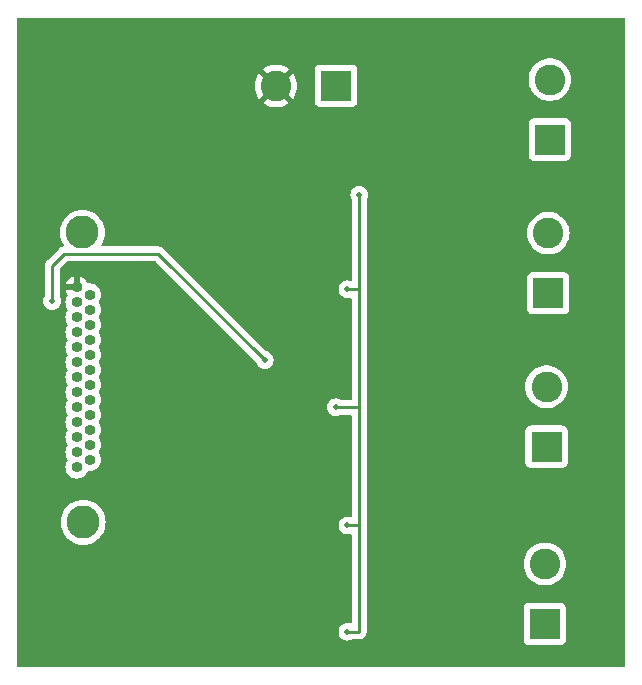
<source format=gbr>
%TF.GenerationSoftware,KiCad,Pcbnew,7.0.5*%
%TF.CreationDate,2024-03-11T15:50:26-06:00*%
%TF.ProjectId,micro-d-tes-aaray,6d696372-6f2d-4642-9d74-65732d616172,rev?*%
%TF.SameCoordinates,Original*%
%TF.FileFunction,Copper,L2,Bot*%
%TF.FilePolarity,Positive*%
%FSLAX46Y46*%
G04 Gerber Fmt 4.6, Leading zero omitted, Abs format (unit mm)*
G04 Created by KiCad (PCBNEW 7.0.5) date 2024-03-11 15:50:26*
%MOMM*%
%LPD*%
G01*
G04 APERTURE LIST*
%TA.AperFunction,ComponentPad*%
%ADD10R,2.600000X2.600000*%
%TD*%
%TA.AperFunction,ComponentPad*%
%ADD11C,2.600000*%
%TD*%
%TA.AperFunction,ComponentPad*%
%ADD12O,0.920000X0.920000*%
%TD*%
%TA.AperFunction,SMDPad,CuDef*%
%ADD13C,2.800000*%
%TD*%
%TA.AperFunction,ViaPad*%
%ADD14C,0.500000*%
%TD*%
%TA.AperFunction,Conductor*%
%ADD15C,0.250000*%
%TD*%
G04 APERTURE END LIST*
D10*
%TO.P,J2,1,Pin_1*%
%TO.N,Net-(J1-Pin_1)*%
X62135000Y-26335000D03*
D11*
%TO.P,J2,2,Pin_2*%
%TO.N,Net-(J2-Pin_2)*%
X62135000Y-21255000D03*
%TD*%
D10*
%TO.P,J4,1,Pin_1*%
%TO.N,Net-(J1-Pin_1)*%
X61855000Y-52335000D03*
D11*
%TO.P,J4,2,Pin_2*%
%TO.N,Net-(J26-P15)*%
X61855000Y-47255000D03*
%TD*%
D10*
%TO.P,J3,1,Pin_1*%
%TO.N,Net-(J1-Pin_1)*%
X61995000Y-39335000D03*
D11*
%TO.P,J3,2,Pin_2*%
%TO.N,Net-(J3-Pin_2)*%
X61995000Y-34255000D03*
%TD*%
D10*
%TO.P,J1,1,Pin_1*%
%TO.N,Net-(J1-Pin_1)*%
X44035000Y-21775000D03*
D11*
%TO.P,J1,2,Pin_2*%
%TO.N,GND*%
X38955000Y-21775000D03*
%TD*%
D10*
%TO.P,J5,1,Pin_1*%
%TO.N,Net-(J1-Pin_1)*%
X61715000Y-67335000D03*
D11*
%TO.P,J5,2,Pin_2*%
%TO.N,Net-(J5-Pin_2)*%
X61715000Y-62255000D03*
%TD*%
D12*
%TO.P,J26,1,1*%
%TO.N,GND*%
X22075500Y-38830000D03*
%TO.P,J26,2,2*%
%TO.N,Net-(J3-Pin_2)*%
X22075500Y-40100000D03*
%TO.P,J26,3,3*%
%TO.N,Net-(J5-Pin_2)*%
X22075500Y-41370000D03*
%TO.P,J26,4,4*%
%TO.N,unconnected-(J26-Pad4)*%
X22075500Y-42640000D03*
%TO.P,J26,5,5*%
%TO.N,unconnected-(J26-Pad5)*%
X22075500Y-43910000D03*
%TO.P,J26,6,6*%
%TO.N,unconnected-(J26-Pad6)*%
X22075500Y-45180000D03*
%TO.P,J26,7,7*%
%TO.N,unconnected-(J26-Pad7)*%
X22075500Y-46450000D03*
%TO.P,J26,8,8*%
%TO.N,unconnected-(J26-Pad8)*%
X22075500Y-47720000D03*
%TO.P,J26,9,9*%
%TO.N,unconnected-(J26-Pad9)*%
X22075500Y-48990000D03*
%TO.P,J26,10,10*%
%TO.N,unconnected-(J26-Pad10)*%
X22075500Y-50260000D03*
%TO.P,J26,11,11*%
%TO.N,unconnected-(J26-Pad11)*%
X22075500Y-51530000D03*
%TO.P,J26,12,12*%
%TO.N,unconnected-(J26-Pad12)*%
X22075500Y-52800000D03*
%TO.P,J26,13,13*%
%TO.N,unconnected-(J26-Pad13)*%
X22075500Y-54070000D03*
%TO.P,J26,14,P14*%
%TO.N,Net-(J2-Pin_2)*%
X23175500Y-39465000D03*
%TO.P,J26,15,P15*%
%TO.N,Net-(J26-P15)*%
X23175500Y-40735000D03*
%TO.P,J26,16,P16*%
%TO.N,unconnected-(J26-P16-Pad16)*%
X23175500Y-42005000D03*
%TO.P,J26,17,P17*%
%TO.N,unconnected-(J26-P17-Pad17)*%
X23175500Y-43275000D03*
%TO.P,J26,18,P18*%
%TO.N,unconnected-(J26-P18-Pad18)*%
X23175500Y-44545000D03*
%TO.P,J26,19,P19*%
%TO.N,unconnected-(J26-P19-Pad19)*%
X23175500Y-45815000D03*
%TO.P,J26,20,P20*%
%TO.N,unconnected-(J26-P20-Pad20)*%
X23175500Y-47085000D03*
%TO.P,J26,21,P21*%
%TO.N,unconnected-(J26-P21-Pad21)*%
X23175500Y-48355000D03*
%TO.P,J26,22,P22*%
%TO.N,unconnected-(J26-P22-Pad22)*%
X23175500Y-49625000D03*
%TO.P,J26,23,P23*%
%TO.N,unconnected-(J26-P23-Pad23)*%
X23175500Y-50895000D03*
%TO.P,J26,24,P24*%
%TO.N,unconnected-(J26-P24-Pad24)*%
X23175500Y-52165000D03*
%TO.P,J26,25,P25*%
%TO.N,unconnected-(J26-P25-Pad25)*%
X23175500Y-53435000D03*
D13*
%TO.P,J26,GND*%
%TO.N,N/C*%
X22565500Y-34175000D03*
X22625500Y-58725000D03*
%TD*%
D14*
%TO.N,Net-(J1-Pin_1)*%
X45000000Y-68000000D03*
X46000000Y-31000000D03*
X44000000Y-49000000D03*
X45000000Y-59000000D03*
X45000000Y-39000000D03*
%TO.N,Net-(J3-Pin_2)*%
X20000000Y-40000000D03*
X38000000Y-45000000D03*
%TD*%
D15*
%TO.N,Net-(J1-Pin_1)*%
X46000000Y-59000000D02*
X45000000Y-59000000D01*
X46000000Y-39000000D02*
X46000000Y-49000000D01*
X46000000Y-49000000D02*
X46000000Y-59000000D01*
X45000000Y-49000000D02*
X44000000Y-49000000D01*
X46000000Y-39000000D02*
X45000000Y-39000000D01*
X46000000Y-49000000D02*
X45000000Y-49000000D01*
X46000000Y-59000000D02*
X46000000Y-68000000D01*
X46000000Y-68000000D02*
X45000000Y-68000000D01*
X46000000Y-31000000D02*
X46000000Y-39000000D01*
%TO.N,Net-(J3-Pin_2)*%
X20000000Y-40000000D02*
X20000000Y-37000000D01*
X21000000Y-36000000D02*
X29000000Y-36000000D01*
X29000000Y-36000000D02*
X38000000Y-45000000D01*
X20000000Y-37000000D02*
X21000000Y-36000000D01*
%TD*%
%TA.AperFunction,Conductor*%
%TO.N,GND*%
G36*
X68442539Y-16020185D02*
G01*
X68488294Y-16072989D01*
X68499500Y-16124500D01*
X68499500Y-70875500D01*
X68479815Y-70942539D01*
X68427011Y-70988294D01*
X68375500Y-70999500D01*
X17124500Y-70999500D01*
X17057461Y-70979815D01*
X17011706Y-70927011D01*
X17000500Y-70875500D01*
X17000500Y-58725001D01*
X20720145Y-58725001D01*
X20739539Y-58996160D01*
X20739540Y-58996167D01*
X20748986Y-59039588D01*
X20797325Y-59261801D01*
X20873830Y-59466920D01*
X20892330Y-59516519D01*
X21022609Y-59755107D01*
X21022610Y-59755108D01*
X21022613Y-59755113D01*
X21185529Y-59972742D01*
X21185533Y-59972746D01*
X21185538Y-59972752D01*
X21377747Y-60164961D01*
X21377753Y-60164966D01*
X21377758Y-60164971D01*
X21595387Y-60327887D01*
X21595391Y-60327889D01*
X21595392Y-60327890D01*
X21833981Y-60458169D01*
X21833980Y-60458169D01*
X21833984Y-60458170D01*
X21833987Y-60458172D01*
X22088699Y-60553175D01*
X22354340Y-60610961D01*
X22606104Y-60628967D01*
X22625499Y-60630355D01*
X22625500Y-60630355D01*
X22625501Y-60630355D01*
X22643600Y-60629060D01*
X22896660Y-60610961D01*
X23162301Y-60553175D01*
X23417013Y-60458172D01*
X23417017Y-60458169D01*
X23417019Y-60458169D01*
X23536312Y-60393029D01*
X23655613Y-60327887D01*
X23873242Y-60164971D01*
X24065471Y-59972742D01*
X24228387Y-59755113D01*
X24358672Y-59516513D01*
X24453675Y-59261801D01*
X24511461Y-58996160D01*
X24530855Y-58725000D01*
X24511461Y-58453840D01*
X24453675Y-58188199D01*
X24358672Y-57933487D01*
X24358670Y-57933484D01*
X24358669Y-57933480D01*
X24228390Y-57694892D01*
X24228389Y-57694891D01*
X24228387Y-57694887D01*
X24065471Y-57477258D01*
X24065466Y-57477253D01*
X24065461Y-57477247D01*
X23873252Y-57285038D01*
X23873246Y-57285033D01*
X23873242Y-57285029D01*
X23655613Y-57122113D01*
X23655608Y-57122110D01*
X23655607Y-57122109D01*
X23417018Y-56991830D01*
X23417019Y-56991830D01*
X23367420Y-56973330D01*
X23162301Y-56896825D01*
X23162294Y-56896823D01*
X23162293Y-56896823D01*
X22896667Y-56839040D01*
X22896660Y-56839039D01*
X22625501Y-56819645D01*
X22625499Y-56819645D01*
X22354339Y-56839039D01*
X22354332Y-56839040D01*
X22088706Y-56896823D01*
X22088702Y-56896824D01*
X22088699Y-56896825D01*
X21961343Y-56944326D01*
X21833980Y-56991830D01*
X21595392Y-57122109D01*
X21595391Y-57122110D01*
X21377759Y-57285028D01*
X21377747Y-57285038D01*
X21185538Y-57477247D01*
X21185528Y-57477259D01*
X21022610Y-57694891D01*
X21022609Y-57694892D01*
X20892330Y-57933480D01*
X20844826Y-58060842D01*
X20797325Y-58188199D01*
X20797324Y-58188202D01*
X20797323Y-58188206D01*
X20739540Y-58453832D01*
X20739539Y-58453839D01*
X20720145Y-58724998D01*
X20720145Y-58725001D01*
X17000500Y-58725001D01*
X17000500Y-54070000D01*
X21110353Y-54070000D01*
X21128897Y-54258289D01*
X21128898Y-54258291D01*
X21169074Y-54390736D01*
X21183821Y-54439348D01*
X21273012Y-54606210D01*
X21393037Y-54752462D01*
X21539289Y-54872487D01*
X21539293Y-54872490D01*
X21706154Y-54961680D01*
X21887209Y-55016602D01*
X22075500Y-55035147D01*
X22263791Y-55016602D01*
X22444846Y-54961680D01*
X22611707Y-54872490D01*
X22757962Y-54752462D01*
X22877990Y-54606207D01*
X22958447Y-54455683D01*
X23007407Y-54405842D01*
X23075545Y-54390381D01*
X23079904Y-54390731D01*
X23175500Y-54400147D01*
X23363791Y-54381602D01*
X23544846Y-54326680D01*
X23711707Y-54237490D01*
X23857962Y-54117462D01*
X23977990Y-53971207D01*
X24067180Y-53804346D01*
X24122102Y-53623291D01*
X24140647Y-53435000D01*
X24122102Y-53246709D01*
X24067180Y-53065654D01*
X23977990Y-52898793D01*
X23961471Y-52878664D01*
X23934158Y-52814357D01*
X23945948Y-52745489D01*
X23961468Y-52721337D01*
X23977990Y-52701207D01*
X24067180Y-52534346D01*
X24122102Y-52353291D01*
X24140647Y-52165000D01*
X24122102Y-51976709D01*
X24067180Y-51795654D01*
X23977990Y-51628793D01*
X23961471Y-51608664D01*
X23934158Y-51544357D01*
X23945948Y-51475489D01*
X23961468Y-51451337D01*
X23977990Y-51431207D01*
X24067180Y-51264346D01*
X24122102Y-51083291D01*
X24140647Y-50895000D01*
X24122102Y-50706709D01*
X24067180Y-50525654D01*
X23977990Y-50358793D01*
X23961471Y-50338664D01*
X23934158Y-50274357D01*
X23945948Y-50205489D01*
X23961468Y-50181337D01*
X23977990Y-50161207D01*
X24067180Y-49994346D01*
X24122102Y-49813291D01*
X24140647Y-49625000D01*
X24122102Y-49436709D01*
X24067180Y-49255654D01*
X23977990Y-49088793D01*
X23961471Y-49068664D01*
X23934158Y-49004357D01*
X23934904Y-49000002D01*
X43244751Y-49000002D01*
X43263685Y-49168056D01*
X43319545Y-49327694D01*
X43319547Y-49327697D01*
X43409518Y-49470884D01*
X43409523Y-49470890D01*
X43529109Y-49590476D01*
X43529115Y-49590481D01*
X43672302Y-49680452D01*
X43672305Y-49680454D01*
X43672309Y-49680455D01*
X43672310Y-49680456D01*
X43722417Y-49697989D01*
X43831943Y-49736314D01*
X43999997Y-49755249D01*
X44000000Y-49755249D01*
X44000003Y-49755249D01*
X44168056Y-49736314D01*
X44168059Y-49736313D01*
X44327690Y-49680456D01*
X44384904Y-49644505D01*
X44450876Y-49625500D01*
X44920981Y-49625500D01*
X45250500Y-49625500D01*
X45317539Y-49645185D01*
X45363294Y-49697989D01*
X45374500Y-49749500D01*
X45374500Y-58161161D01*
X45354815Y-58228200D01*
X45302011Y-58273955D01*
X45232853Y-58283899D01*
X45209547Y-58278203D01*
X45168059Y-58263686D01*
X45000003Y-58244751D01*
X44999997Y-58244751D01*
X44831943Y-58263685D01*
X44672305Y-58319545D01*
X44672302Y-58319547D01*
X44529115Y-58409518D01*
X44529109Y-58409523D01*
X44409523Y-58529109D01*
X44409518Y-58529115D01*
X44319547Y-58672302D01*
X44319545Y-58672305D01*
X44263685Y-58831943D01*
X44244751Y-58999997D01*
X44244751Y-59000002D01*
X44263685Y-59168056D01*
X44319545Y-59327694D01*
X44319547Y-59327697D01*
X44409518Y-59470884D01*
X44409523Y-59470890D01*
X44529109Y-59590476D01*
X44529115Y-59590481D01*
X44672302Y-59680452D01*
X44672305Y-59680454D01*
X44672309Y-59680455D01*
X44672310Y-59680456D01*
X44744913Y-59705860D01*
X44831943Y-59736314D01*
X44999997Y-59755249D01*
X45000000Y-59755249D01*
X45000003Y-59755249D01*
X45126044Y-59741047D01*
X45168059Y-59736313D01*
X45209543Y-59721797D01*
X45279323Y-59718234D01*
X45339951Y-59752963D01*
X45372178Y-59814956D01*
X45374500Y-59838838D01*
X45374500Y-67161161D01*
X45354815Y-67228200D01*
X45302011Y-67273955D01*
X45232853Y-67283899D01*
X45209547Y-67278203D01*
X45168059Y-67263686D01*
X45000003Y-67244751D01*
X44999997Y-67244751D01*
X44831943Y-67263685D01*
X44672305Y-67319545D01*
X44672302Y-67319547D01*
X44529115Y-67409518D01*
X44529109Y-67409523D01*
X44409523Y-67529109D01*
X44409518Y-67529115D01*
X44319547Y-67672302D01*
X44319545Y-67672305D01*
X44263685Y-67831943D01*
X44244751Y-67999997D01*
X44244751Y-68000002D01*
X44263685Y-68168056D01*
X44319545Y-68327694D01*
X44319547Y-68327697D01*
X44409518Y-68470884D01*
X44409523Y-68470890D01*
X44529109Y-68590476D01*
X44529115Y-68590481D01*
X44672302Y-68680452D01*
X44672305Y-68680454D01*
X44672309Y-68680455D01*
X44672310Y-68680456D01*
X44744913Y-68705860D01*
X44831943Y-68736314D01*
X44999997Y-68755249D01*
X45000000Y-68755249D01*
X45000003Y-68755249D01*
X45168056Y-68736314D01*
X45168059Y-68736313D01*
X45320791Y-68682870D01*
X59914500Y-68682870D01*
X59914501Y-68682876D01*
X59920908Y-68742483D01*
X59971202Y-68877328D01*
X59971206Y-68877335D01*
X60057452Y-68992544D01*
X60057455Y-68992547D01*
X60172664Y-69078793D01*
X60172671Y-69078797D01*
X60307517Y-69129091D01*
X60307516Y-69129091D01*
X60314444Y-69129835D01*
X60367127Y-69135500D01*
X63062872Y-69135499D01*
X63122483Y-69129091D01*
X63257331Y-69078796D01*
X63372546Y-68992546D01*
X63458796Y-68877331D01*
X63509091Y-68742483D01*
X63515500Y-68682873D01*
X63515499Y-65987128D01*
X63509091Y-65927517D01*
X63458796Y-65792669D01*
X63458795Y-65792668D01*
X63458793Y-65792664D01*
X63372547Y-65677455D01*
X63372544Y-65677452D01*
X63257335Y-65591206D01*
X63257328Y-65591202D01*
X63122482Y-65540908D01*
X63122483Y-65540908D01*
X63062883Y-65534501D01*
X63062881Y-65534500D01*
X63062873Y-65534500D01*
X63062864Y-65534500D01*
X60367129Y-65534500D01*
X60367123Y-65534501D01*
X60307516Y-65540908D01*
X60172671Y-65591202D01*
X60172664Y-65591206D01*
X60057455Y-65677452D01*
X60057452Y-65677455D01*
X59971206Y-65792664D01*
X59971202Y-65792671D01*
X59920908Y-65927517D01*
X59914501Y-65987116D01*
X59914501Y-65987123D01*
X59914500Y-65987135D01*
X59914500Y-68682870D01*
X45320791Y-68682870D01*
X45327690Y-68680456D01*
X45384904Y-68644505D01*
X45450876Y-68625500D01*
X45929153Y-68625500D01*
X45952385Y-68627696D01*
X45953989Y-68628001D01*
X45960412Y-68629227D01*
X46017724Y-68625621D01*
X46021597Y-68625500D01*
X46039342Y-68625500D01*
X46039350Y-68625500D01*
X46056990Y-68623271D01*
X46060807Y-68622910D01*
X46118138Y-68619304D01*
X46125905Y-68616780D01*
X46148680Y-68611688D01*
X46156792Y-68610664D01*
X46210195Y-68589519D01*
X46213835Y-68588209D01*
X46268441Y-68570467D01*
X46275337Y-68566090D01*
X46296133Y-68555494D01*
X46303732Y-68552486D01*
X46350191Y-68518730D01*
X46353390Y-68516555D01*
X46401877Y-68485786D01*
X46407466Y-68479833D01*
X46424979Y-68464394D01*
X46431587Y-68459594D01*
X46468190Y-68415347D01*
X46470736Y-68412457D01*
X46510062Y-68370582D01*
X46513998Y-68363421D01*
X46527119Y-68344114D01*
X46532324Y-68337823D01*
X46556769Y-68285874D01*
X46558528Y-68282419D01*
X46586197Y-68232092D01*
X46588227Y-68224181D01*
X46596135Y-68202218D01*
X46599614Y-68194826D01*
X46610377Y-68138401D01*
X46611210Y-68134670D01*
X46625500Y-68079019D01*
X46625500Y-68070844D01*
X46627697Y-68047606D01*
X46629227Y-68039588D01*
X46625621Y-67982275D01*
X46625500Y-67978403D01*
X46625500Y-62255004D01*
X59909451Y-62255004D01*
X59929616Y-62524101D01*
X59989664Y-62787188D01*
X59989666Y-62787195D01*
X60088257Y-63038398D01*
X60223185Y-63272102D01*
X60359080Y-63442509D01*
X60391442Y-63483089D01*
X60578183Y-63656358D01*
X60589259Y-63666635D01*
X60812226Y-63818651D01*
X61055359Y-63935738D01*
X61313228Y-64015280D01*
X61313229Y-64015280D01*
X61313232Y-64015281D01*
X61580063Y-64055499D01*
X61580068Y-64055499D01*
X61580071Y-64055500D01*
X61580072Y-64055500D01*
X61849928Y-64055500D01*
X61849929Y-64055500D01*
X61849936Y-64055499D01*
X62116767Y-64015281D01*
X62116768Y-64015280D01*
X62116772Y-64015280D01*
X62374641Y-63935738D01*
X62617775Y-63818651D01*
X62840741Y-63666635D01*
X63038561Y-63483085D01*
X63206815Y-63272102D01*
X63341743Y-63038398D01*
X63440334Y-62787195D01*
X63500383Y-62524103D01*
X63520549Y-62255000D01*
X63500383Y-61985897D01*
X63440334Y-61722805D01*
X63341743Y-61471602D01*
X63206815Y-61237898D01*
X63038561Y-61026915D01*
X63038560Y-61026914D01*
X63038557Y-61026910D01*
X62840741Y-60843365D01*
X62840740Y-60843364D01*
X62617775Y-60691349D01*
X62617769Y-60691346D01*
X62617768Y-60691345D01*
X62617767Y-60691344D01*
X62374643Y-60574263D01*
X62374645Y-60574263D01*
X62116773Y-60494720D01*
X62116767Y-60494718D01*
X61849936Y-60454500D01*
X61849929Y-60454500D01*
X61580071Y-60454500D01*
X61580063Y-60454500D01*
X61313232Y-60494718D01*
X61313226Y-60494720D01*
X61055358Y-60574262D01*
X60812230Y-60691346D01*
X60589258Y-60843365D01*
X60391442Y-61026910D01*
X60223185Y-61237898D01*
X60088258Y-61471599D01*
X60088256Y-61471603D01*
X59989666Y-61722804D01*
X59989664Y-61722811D01*
X59929616Y-61985898D01*
X59909451Y-62254995D01*
X59909451Y-62255004D01*
X46625500Y-62255004D01*
X46625500Y-59070844D01*
X46627697Y-59047606D01*
X46629227Y-59039588D01*
X46625621Y-58982275D01*
X46625500Y-58978403D01*
X46625500Y-57885000D01*
X57294459Y-57885000D01*
X57294617Y-57885383D01*
X57294901Y-57885500D01*
X57294902Y-57885500D01*
X57295098Y-57885500D01*
X57295099Y-57885500D01*
X57295383Y-57885383D01*
X57295541Y-57885000D01*
X57295383Y-57884617D01*
X57295099Y-57884500D01*
X57294901Y-57884500D01*
X57294617Y-57884617D01*
X57294616Y-57884618D01*
X57294459Y-57884999D01*
X57294459Y-57885000D01*
X46625500Y-57885000D01*
X46625500Y-53682870D01*
X60054500Y-53682870D01*
X60054501Y-53682876D01*
X60060908Y-53742483D01*
X60111202Y-53877328D01*
X60111206Y-53877335D01*
X60197452Y-53992544D01*
X60197455Y-53992547D01*
X60312664Y-54078793D01*
X60312671Y-54078797D01*
X60447517Y-54129091D01*
X60447516Y-54129091D01*
X60454444Y-54129835D01*
X60507127Y-54135500D01*
X63202872Y-54135499D01*
X63262483Y-54129091D01*
X63397331Y-54078796D01*
X63512546Y-53992546D01*
X63598796Y-53877331D01*
X63649091Y-53742483D01*
X63655500Y-53682873D01*
X63655499Y-50987128D01*
X63649091Y-50927517D01*
X63631609Y-50880646D01*
X63598797Y-50792671D01*
X63598793Y-50792664D01*
X63512547Y-50677455D01*
X63512544Y-50677452D01*
X63397335Y-50591206D01*
X63397328Y-50591202D01*
X63262482Y-50540908D01*
X63262483Y-50540908D01*
X63202883Y-50534501D01*
X63202881Y-50534500D01*
X63202873Y-50534500D01*
X63202864Y-50534500D01*
X60507129Y-50534500D01*
X60507123Y-50534501D01*
X60447516Y-50540908D01*
X60312671Y-50591202D01*
X60312664Y-50591206D01*
X60197455Y-50677452D01*
X60197452Y-50677455D01*
X60111206Y-50792664D01*
X60111202Y-50792671D01*
X60060908Y-50927517D01*
X60054501Y-50987116D01*
X60054501Y-50987123D01*
X60054500Y-50987135D01*
X60054500Y-53682870D01*
X46625500Y-53682870D01*
X46625500Y-49070844D01*
X46627697Y-49047606D01*
X46629227Y-49039588D01*
X46625621Y-48982275D01*
X46625500Y-48978403D01*
X46625500Y-47255004D01*
X60049451Y-47255004D01*
X60069616Y-47524101D01*
X60101887Y-47665489D01*
X60129666Y-47787195D01*
X60228257Y-48038398D01*
X60363185Y-48272102D01*
X60444845Y-48374500D01*
X60531442Y-48483089D01*
X60679700Y-48620651D01*
X60729259Y-48666635D01*
X60952226Y-48818651D01*
X61195359Y-48935738D01*
X61453228Y-49015280D01*
X61453229Y-49015280D01*
X61453232Y-49015281D01*
X61720063Y-49055499D01*
X61720068Y-49055499D01*
X61720071Y-49055500D01*
X61720072Y-49055500D01*
X61989928Y-49055500D01*
X61989929Y-49055500D01*
X61989936Y-49055499D01*
X62256767Y-49015281D01*
X62256768Y-49015280D01*
X62256772Y-49015280D01*
X62514641Y-48935738D01*
X62757775Y-48818651D01*
X62980741Y-48666635D01*
X63178561Y-48483085D01*
X63346815Y-48272102D01*
X63481743Y-48038398D01*
X63580334Y-47787195D01*
X63640383Y-47524103D01*
X63653381Y-47350651D01*
X63660549Y-47255004D01*
X63660549Y-47254995D01*
X63640383Y-46985898D01*
X63640383Y-46985897D01*
X63580334Y-46722805D01*
X63481743Y-46471602D01*
X63346815Y-46237898D01*
X63178561Y-46026915D01*
X63178560Y-46026914D01*
X63178557Y-46026910D01*
X62980741Y-45843365D01*
X62918084Y-45800646D01*
X62757775Y-45691349D01*
X62757769Y-45691346D01*
X62757768Y-45691345D01*
X62757767Y-45691344D01*
X62514643Y-45574263D01*
X62514645Y-45574263D01*
X62256773Y-45494720D01*
X62256767Y-45494718D01*
X61989936Y-45454500D01*
X61989929Y-45454500D01*
X61720071Y-45454500D01*
X61720063Y-45454500D01*
X61453232Y-45494718D01*
X61453226Y-45494720D01*
X61195358Y-45574262D01*
X60952230Y-45691346D01*
X60729258Y-45843365D01*
X60531442Y-46026910D01*
X60363185Y-46237898D01*
X60228258Y-46471599D01*
X60228256Y-46471603D01*
X60129666Y-46722804D01*
X60129664Y-46722811D01*
X60069616Y-46985898D01*
X60049451Y-47254995D01*
X60049451Y-47255004D01*
X46625500Y-47255004D01*
X46625500Y-40682870D01*
X60194500Y-40682870D01*
X60194501Y-40682876D01*
X60200908Y-40742483D01*
X60251202Y-40877328D01*
X60251206Y-40877335D01*
X60337452Y-40992544D01*
X60337455Y-40992547D01*
X60452664Y-41078793D01*
X60452671Y-41078797D01*
X60587517Y-41129091D01*
X60587516Y-41129091D01*
X60594444Y-41129835D01*
X60647127Y-41135500D01*
X63342872Y-41135499D01*
X63402483Y-41129091D01*
X63537331Y-41078796D01*
X63652546Y-40992546D01*
X63738796Y-40877331D01*
X63789091Y-40742483D01*
X63795500Y-40682873D01*
X63795499Y-37987128D01*
X63789091Y-37927517D01*
X63779811Y-37902637D01*
X63738797Y-37792671D01*
X63738793Y-37792664D01*
X63652547Y-37677455D01*
X63652544Y-37677452D01*
X63537335Y-37591206D01*
X63537328Y-37591202D01*
X63402482Y-37540908D01*
X63402483Y-37540908D01*
X63342883Y-37534501D01*
X63342881Y-37534500D01*
X63342873Y-37534500D01*
X63342864Y-37534500D01*
X60647129Y-37534500D01*
X60647123Y-37534501D01*
X60587516Y-37540908D01*
X60452671Y-37591202D01*
X60452664Y-37591206D01*
X60337455Y-37677452D01*
X60337452Y-37677455D01*
X60251206Y-37792664D01*
X60251202Y-37792671D01*
X60200908Y-37927517D01*
X60194501Y-37987116D01*
X60194501Y-37987123D01*
X60194500Y-37987135D01*
X60194500Y-40682870D01*
X46625500Y-40682870D01*
X46625500Y-39070844D01*
X46627697Y-39047606D01*
X46629227Y-39039588D01*
X46625621Y-38982275D01*
X46625500Y-38978403D01*
X46625500Y-38960649D01*
X46625500Y-35232853D01*
X46625500Y-34255004D01*
X60189451Y-34255004D01*
X60209616Y-34524101D01*
X60269664Y-34787188D01*
X60269666Y-34787195D01*
X60368257Y-35038398D01*
X60503185Y-35272102D01*
X60616188Y-35413803D01*
X60671442Y-35483089D01*
X60804481Y-35606530D01*
X60869259Y-35666635D01*
X61092226Y-35818651D01*
X61335359Y-35935738D01*
X61593228Y-36015280D01*
X61593229Y-36015280D01*
X61593232Y-36015281D01*
X61860063Y-36055499D01*
X61860068Y-36055499D01*
X61860071Y-36055500D01*
X61860072Y-36055500D01*
X62129928Y-36055500D01*
X62129929Y-36055500D01*
X62129936Y-36055499D01*
X62396767Y-36015281D01*
X62396768Y-36015280D01*
X62396772Y-36015280D01*
X62654641Y-35935738D01*
X62897775Y-35818651D01*
X63120741Y-35666635D01*
X63311175Y-35489938D01*
X63318557Y-35483089D01*
X63318557Y-35483087D01*
X63318561Y-35483085D01*
X63486815Y-35272102D01*
X63621743Y-35038398D01*
X63720334Y-34787195D01*
X63780383Y-34524103D01*
X63800549Y-34255000D01*
X63780383Y-33985897D01*
X63720334Y-33722805D01*
X63621743Y-33471602D01*
X63486815Y-33237898D01*
X63318561Y-33026915D01*
X63318560Y-33026914D01*
X63318557Y-33026910D01*
X63120741Y-32843365D01*
X62897775Y-32691349D01*
X62897769Y-32691346D01*
X62897768Y-32691345D01*
X62897767Y-32691344D01*
X62654643Y-32574263D01*
X62654645Y-32574263D01*
X62396773Y-32494720D01*
X62396767Y-32494718D01*
X62129936Y-32454500D01*
X62129929Y-32454500D01*
X61860071Y-32454500D01*
X61860063Y-32454500D01*
X61593232Y-32494718D01*
X61593226Y-32494720D01*
X61335358Y-32574262D01*
X61092230Y-32691346D01*
X60869258Y-32843365D01*
X60671442Y-33026910D01*
X60503185Y-33237898D01*
X60368258Y-33471599D01*
X60368256Y-33471603D01*
X60269666Y-33722804D01*
X60269664Y-33722811D01*
X60209616Y-33985898D01*
X60189451Y-34254995D01*
X60189451Y-34255004D01*
X46625500Y-34255004D01*
X46625500Y-31450871D01*
X46644506Y-31384902D01*
X46680456Y-31327690D01*
X46736313Y-31168059D01*
X46755249Y-31000000D01*
X46755249Y-30999997D01*
X46736314Y-30831943D01*
X46680454Y-30672305D01*
X46680452Y-30672302D01*
X46590481Y-30529115D01*
X46590476Y-30529109D01*
X46470890Y-30409523D01*
X46470884Y-30409518D01*
X46327697Y-30319547D01*
X46327694Y-30319545D01*
X46168056Y-30263685D01*
X46000003Y-30244751D01*
X45999997Y-30244751D01*
X45831943Y-30263685D01*
X45672305Y-30319545D01*
X45672302Y-30319547D01*
X45529115Y-30409518D01*
X45529109Y-30409523D01*
X45409523Y-30529109D01*
X45409518Y-30529115D01*
X45319547Y-30672302D01*
X45319545Y-30672305D01*
X45263685Y-30831943D01*
X45244751Y-30999997D01*
X45244751Y-31000002D01*
X45263686Y-31168057D01*
X45319543Y-31327690D01*
X45355493Y-31384902D01*
X45374500Y-31450875D01*
X45374500Y-38161161D01*
X45354815Y-38228200D01*
X45302011Y-38273955D01*
X45232853Y-38283899D01*
X45209547Y-38278203D01*
X45168059Y-38263686D01*
X45000003Y-38244751D01*
X44999997Y-38244751D01*
X44831943Y-38263685D01*
X44672305Y-38319545D01*
X44672302Y-38319547D01*
X44529115Y-38409518D01*
X44529109Y-38409523D01*
X44409523Y-38529109D01*
X44409518Y-38529115D01*
X44319547Y-38672302D01*
X44319545Y-38672305D01*
X44263685Y-38831943D01*
X44244751Y-38999997D01*
X44244751Y-39000002D01*
X44263685Y-39168056D01*
X44319545Y-39327694D01*
X44319547Y-39327697D01*
X44409518Y-39470884D01*
X44409523Y-39470890D01*
X44529109Y-39590476D01*
X44529115Y-39590481D01*
X44672302Y-39680452D01*
X44672305Y-39680454D01*
X44672309Y-39680455D01*
X44672310Y-39680456D01*
X44744913Y-39705860D01*
X44831943Y-39736314D01*
X44999997Y-39755249D01*
X45000000Y-39755249D01*
X45000003Y-39755249D01*
X45126044Y-39741047D01*
X45168059Y-39736313D01*
X45209543Y-39721797D01*
X45279323Y-39718234D01*
X45339951Y-39752963D01*
X45372178Y-39814956D01*
X45374500Y-39838838D01*
X45374500Y-48250500D01*
X45354815Y-48317539D01*
X45302011Y-48363294D01*
X45250500Y-48374500D01*
X44450876Y-48374500D01*
X44384904Y-48355494D01*
X44327692Y-48319545D01*
X44327691Y-48319544D01*
X44327690Y-48319544D01*
X44289370Y-48306135D01*
X44168056Y-48263685D01*
X44000003Y-48244751D01*
X43999997Y-48244751D01*
X43831943Y-48263685D01*
X43672305Y-48319545D01*
X43672302Y-48319547D01*
X43529115Y-48409518D01*
X43529109Y-48409523D01*
X43409523Y-48529109D01*
X43409518Y-48529115D01*
X43319547Y-48672302D01*
X43319545Y-48672305D01*
X43263685Y-48831943D01*
X43244751Y-48999997D01*
X43244751Y-49000002D01*
X23934904Y-49000002D01*
X23945948Y-48935489D01*
X23961468Y-48911337D01*
X23977990Y-48891207D01*
X24067180Y-48724346D01*
X24122102Y-48543291D01*
X24140647Y-48355000D01*
X24122102Y-48166709D01*
X24067180Y-47985654D01*
X23977990Y-47818793D01*
X23961471Y-47798664D01*
X23934158Y-47734357D01*
X23945948Y-47665489D01*
X23961468Y-47641337D01*
X23977990Y-47621207D01*
X24067180Y-47454346D01*
X24122102Y-47273291D01*
X24140647Y-47085000D01*
X24122102Y-46896709D01*
X24067180Y-46715654D01*
X23977990Y-46548793D01*
X23961471Y-46528664D01*
X23934158Y-46464357D01*
X23945948Y-46395489D01*
X23961468Y-46371337D01*
X23977990Y-46351207D01*
X24067180Y-46184346D01*
X24122102Y-46003291D01*
X24140647Y-45815000D01*
X24122102Y-45626709D01*
X24067180Y-45445654D01*
X23977990Y-45278793D01*
X23961471Y-45258664D01*
X23934158Y-45194357D01*
X23945948Y-45125489D01*
X23961468Y-45101337D01*
X23977990Y-45081207D01*
X24067180Y-44914346D01*
X24122102Y-44733291D01*
X24140647Y-44545000D01*
X24122102Y-44356709D01*
X24067180Y-44175654D01*
X23977990Y-44008793D01*
X23961471Y-43988664D01*
X23934158Y-43924357D01*
X23945948Y-43855489D01*
X23961468Y-43831337D01*
X23977990Y-43811207D01*
X24067180Y-43644346D01*
X24122102Y-43463291D01*
X24140647Y-43275000D01*
X24122102Y-43086709D01*
X24067180Y-42905654D01*
X23977990Y-42738793D01*
X23961471Y-42718664D01*
X23934158Y-42654357D01*
X23945948Y-42585489D01*
X23961468Y-42561337D01*
X23977990Y-42541207D01*
X24067180Y-42374346D01*
X24122102Y-42193291D01*
X24140647Y-42005000D01*
X24122102Y-41816709D01*
X24067180Y-41635654D01*
X23977990Y-41468793D01*
X23961471Y-41448664D01*
X23934158Y-41384357D01*
X23945948Y-41315489D01*
X23961468Y-41291337D01*
X23977990Y-41271207D01*
X24067180Y-41104346D01*
X24122102Y-40923291D01*
X24140647Y-40735000D01*
X24122102Y-40546709D01*
X24067180Y-40365654D01*
X23977990Y-40198793D01*
X23961471Y-40178664D01*
X23934158Y-40114357D01*
X23945948Y-40045489D01*
X23961468Y-40021337D01*
X23977990Y-40001207D01*
X24067180Y-39834346D01*
X24122102Y-39653291D01*
X24140647Y-39465000D01*
X24122102Y-39276709D01*
X24067180Y-39095654D01*
X23977990Y-38928793D01*
X23966599Y-38914913D01*
X23857962Y-38782537D01*
X23711710Y-38662512D01*
X23711708Y-38662511D01*
X23711707Y-38662510D01*
X23544846Y-38573320D01*
X23437213Y-38540670D01*
X23363789Y-38518397D01*
X23196069Y-38501878D01*
X23175500Y-38499853D01*
X23175499Y-38499853D01*
X23079419Y-38509316D01*
X23010773Y-38496297D01*
X22960063Y-38448232D01*
X22957907Y-38444366D01*
X22877576Y-38294077D01*
X22877572Y-38294070D01*
X22757607Y-38147892D01*
X22611429Y-38027927D01*
X22611422Y-38027922D01*
X22444655Y-37938784D01*
X22325499Y-37902637D01*
X22325499Y-38647810D01*
X22323111Y-38643013D01*
X22238843Y-38566192D01*
X22132514Y-38525000D01*
X22047239Y-38525000D01*
X21963413Y-38540670D01*
X21866464Y-38600698D01*
X21797746Y-38691695D01*
X21766541Y-38801371D01*
X21777062Y-38914913D01*
X21827889Y-39016987D01*
X21897010Y-39080000D01*
X21148139Y-39080000D01*
X21184285Y-39199158D01*
X21273422Y-39365922D01*
X21273427Y-39365929D01*
X21289851Y-39385941D01*
X21317164Y-39450251D01*
X21305373Y-39519118D01*
X21289852Y-39543270D01*
X21273012Y-39563789D01*
X21183821Y-39730651D01*
X21128897Y-39911710D01*
X21110353Y-40099999D01*
X21128897Y-40288289D01*
X21152365Y-40365651D01*
X21183820Y-40469346D01*
X21273010Y-40636207D01*
X21273012Y-40636209D01*
X21289529Y-40656336D01*
X21316841Y-40720646D01*
X21305050Y-40789513D01*
X21289530Y-40813662D01*
X21273008Y-40833794D01*
X21273007Y-40833796D01*
X21183821Y-41000649D01*
X21128897Y-41181710D01*
X21110353Y-41369999D01*
X21128897Y-41558289D01*
X21128898Y-41558291D01*
X21183820Y-41739346D01*
X21273010Y-41906207D01*
X21273012Y-41906209D01*
X21289529Y-41926336D01*
X21316841Y-41990646D01*
X21305050Y-42059513D01*
X21289529Y-42083664D01*
X21273012Y-42103790D01*
X21183821Y-42270651D01*
X21128897Y-42451710D01*
X21110353Y-42640000D01*
X21128897Y-42828289D01*
X21128898Y-42828291D01*
X21183820Y-43009346D01*
X21273010Y-43176207D01*
X21273012Y-43176209D01*
X21289529Y-43196336D01*
X21316841Y-43260646D01*
X21305050Y-43329513D01*
X21289529Y-43353664D01*
X21273012Y-43373790D01*
X21183821Y-43540651D01*
X21128897Y-43721710D01*
X21110353Y-43910000D01*
X21128897Y-44098289D01*
X21128898Y-44098291D01*
X21183820Y-44279346D01*
X21273010Y-44446207D01*
X21273012Y-44446209D01*
X21289529Y-44466336D01*
X21316841Y-44530646D01*
X21305050Y-44599513D01*
X21289529Y-44623664D01*
X21273010Y-44643793D01*
X21257770Y-44672305D01*
X21183821Y-44810651D01*
X21128897Y-44991710D01*
X21110353Y-45180000D01*
X21128897Y-45368289D01*
X21128898Y-45368291D01*
X21183820Y-45549346D01*
X21273010Y-45716207D01*
X21273012Y-45716209D01*
X21289529Y-45736336D01*
X21316841Y-45800646D01*
X21305050Y-45869513D01*
X21289530Y-45893662D01*
X21273008Y-45913794D01*
X21273007Y-45913796D01*
X21183821Y-46080649D01*
X21128897Y-46261710D01*
X21110353Y-46449999D01*
X21128897Y-46638289D01*
X21128898Y-46638291D01*
X21183820Y-46819346D01*
X21273010Y-46986207D01*
X21273012Y-46986209D01*
X21289529Y-47006336D01*
X21316841Y-47070646D01*
X21305050Y-47139513D01*
X21289529Y-47163664D01*
X21273012Y-47183790D01*
X21183821Y-47350651D01*
X21128897Y-47531710D01*
X21110353Y-47720000D01*
X21128897Y-47908289D01*
X21128898Y-47908291D01*
X21183820Y-48089346D01*
X21273010Y-48256207D01*
X21273012Y-48256209D01*
X21289529Y-48276336D01*
X21316841Y-48340646D01*
X21305050Y-48409513D01*
X21289529Y-48433664D01*
X21273012Y-48453790D01*
X21183821Y-48620651D01*
X21128897Y-48801710D01*
X21110353Y-48990000D01*
X21128897Y-49178289D01*
X21128898Y-49178291D01*
X21183820Y-49359346D01*
X21273010Y-49526207D01*
X21273012Y-49526209D01*
X21289529Y-49546336D01*
X21316841Y-49610646D01*
X21305050Y-49679513D01*
X21289529Y-49703664D01*
X21273010Y-49723793D01*
X21259269Y-49749500D01*
X21183821Y-49890651D01*
X21128897Y-50071710D01*
X21110353Y-50259999D01*
X21128897Y-50448289D01*
X21128898Y-50448291D01*
X21183820Y-50629346D01*
X21273010Y-50796207D01*
X21273012Y-50796209D01*
X21289529Y-50816336D01*
X21316841Y-50880646D01*
X21305050Y-50949513D01*
X21289530Y-50973662D01*
X21273008Y-50993794D01*
X21273007Y-50993796D01*
X21183821Y-51160649D01*
X21128897Y-51341710D01*
X21110353Y-51529999D01*
X21128897Y-51718289D01*
X21128898Y-51718291D01*
X21183820Y-51899346D01*
X21273010Y-52066207D01*
X21273012Y-52066209D01*
X21289529Y-52086336D01*
X21316841Y-52150646D01*
X21305050Y-52219513D01*
X21289529Y-52243664D01*
X21273012Y-52263790D01*
X21183821Y-52430651D01*
X21128897Y-52611710D01*
X21110353Y-52800000D01*
X21128897Y-52988289D01*
X21128898Y-52988291D01*
X21183820Y-53169346D01*
X21273010Y-53336207D01*
X21273012Y-53336209D01*
X21289529Y-53356336D01*
X21316841Y-53420646D01*
X21305050Y-53489513D01*
X21289529Y-53513664D01*
X21273012Y-53533790D01*
X21183821Y-53700651D01*
X21128897Y-53881710D01*
X21110353Y-54070000D01*
X17000500Y-54070000D01*
X17000500Y-40000002D01*
X19244751Y-40000002D01*
X19263685Y-40168056D01*
X19319545Y-40327694D01*
X19319547Y-40327697D01*
X19409518Y-40470884D01*
X19409523Y-40470890D01*
X19529109Y-40590476D01*
X19529115Y-40590481D01*
X19672302Y-40680452D01*
X19672305Y-40680454D01*
X19672309Y-40680455D01*
X19672310Y-40680456D01*
X19744913Y-40705860D01*
X19831943Y-40736314D01*
X19999997Y-40755249D01*
X20000000Y-40755249D01*
X20000003Y-40755249D01*
X20168056Y-40736314D01*
X20171814Y-40734999D01*
X20327690Y-40680456D01*
X20327692Y-40680454D01*
X20327694Y-40680454D01*
X20327697Y-40680452D01*
X20470884Y-40590481D01*
X20470885Y-40590480D01*
X20470890Y-40590477D01*
X20590477Y-40470890D01*
X20656602Y-40365654D01*
X20680452Y-40327697D01*
X20680454Y-40327694D01*
X20680454Y-40327692D01*
X20680456Y-40327690D01*
X20736313Y-40168059D01*
X20736313Y-40168058D01*
X20736314Y-40168056D01*
X20755249Y-40000002D01*
X20755249Y-39999997D01*
X20736314Y-39831943D01*
X20709477Y-39755249D01*
X20680456Y-39672310D01*
X20667093Y-39651043D01*
X20644506Y-39615095D01*
X20625500Y-39549123D01*
X20625500Y-38579999D01*
X21148139Y-38579999D01*
X21148140Y-38580000D01*
X21825500Y-38580000D01*
X21825500Y-37902637D01*
X21706344Y-37938784D01*
X21539577Y-38027922D01*
X21539570Y-38027927D01*
X21393392Y-38147892D01*
X21273427Y-38294070D01*
X21273422Y-38294077D01*
X21184285Y-38460841D01*
X21148139Y-38579999D01*
X20625500Y-38579999D01*
X20625500Y-37310452D01*
X20645185Y-37243413D01*
X20661819Y-37222771D01*
X21222771Y-36661819D01*
X21284094Y-36628334D01*
X21310452Y-36625500D01*
X28689548Y-36625500D01*
X28756587Y-36645185D01*
X28777229Y-36661819D01*
X37233027Y-45117618D01*
X37262388Y-45164345D01*
X37263686Y-45168056D01*
X37263687Y-45168059D01*
X37272889Y-45194357D01*
X37319544Y-45327692D01*
X37319547Y-45327697D01*
X37409518Y-45470884D01*
X37409523Y-45470890D01*
X37529109Y-45590476D01*
X37529115Y-45590481D01*
X37672302Y-45680452D01*
X37672305Y-45680454D01*
X37672309Y-45680455D01*
X37672310Y-45680456D01*
X37703432Y-45691346D01*
X37831943Y-45736314D01*
X37999997Y-45755249D01*
X38000000Y-45755249D01*
X38000003Y-45755249D01*
X38168056Y-45736314D01*
X38225513Y-45716209D01*
X38327690Y-45680456D01*
X38327692Y-45680454D01*
X38327694Y-45680454D01*
X38327697Y-45680452D01*
X38470884Y-45590481D01*
X38470885Y-45590480D01*
X38470890Y-45590477D01*
X38590477Y-45470890D01*
X38680452Y-45327697D01*
X38680454Y-45327694D01*
X38680454Y-45327692D01*
X38680456Y-45327690D01*
X38736313Y-45168059D01*
X38736313Y-45168058D01*
X38736314Y-45168056D01*
X38755249Y-45000002D01*
X38755249Y-44999997D01*
X38736314Y-44831943D01*
X38680454Y-44672305D01*
X38680452Y-44672302D01*
X38590481Y-44529115D01*
X38590476Y-44529109D01*
X38470890Y-44409523D01*
X38470884Y-44409518D01*
X38327697Y-44319547D01*
X38327694Y-44319545D01*
X38164341Y-44262386D01*
X38117615Y-44233025D01*
X29500803Y-35616212D01*
X29490980Y-35603950D01*
X29490759Y-35604134D01*
X29485786Y-35598122D01*
X29436066Y-35551432D01*
X29434666Y-35550075D01*
X29414476Y-35529884D01*
X29408986Y-35525625D01*
X29404561Y-35521847D01*
X29370582Y-35489938D01*
X29370580Y-35489936D01*
X29370577Y-35489935D01*
X29353029Y-35480288D01*
X29336763Y-35469604D01*
X29320933Y-35457325D01*
X29278168Y-35438818D01*
X29272922Y-35436248D01*
X29232093Y-35413803D01*
X29232092Y-35413802D01*
X29212693Y-35408822D01*
X29194281Y-35402518D01*
X29175898Y-35394562D01*
X29175892Y-35394560D01*
X29129874Y-35387272D01*
X29124152Y-35386087D01*
X29079021Y-35374500D01*
X29079019Y-35374500D01*
X29058984Y-35374500D01*
X29039586Y-35372973D01*
X29032162Y-35371797D01*
X29019805Y-35369840D01*
X29019804Y-35369840D01*
X28973416Y-35374225D01*
X28967578Y-35374500D01*
X24284886Y-35374500D01*
X24217847Y-35354815D01*
X24172092Y-35302011D01*
X24162148Y-35232853D01*
X24176054Y-35191073D01*
X24298669Y-34966519D01*
X24298669Y-34966517D01*
X24298672Y-34966513D01*
X24393675Y-34711801D01*
X24451461Y-34446160D01*
X24470855Y-34175000D01*
X24451461Y-33903840D01*
X24393675Y-33638199D01*
X24298672Y-33383487D01*
X24298670Y-33383484D01*
X24298669Y-33383480D01*
X24168390Y-33144892D01*
X24168389Y-33144891D01*
X24168387Y-33144887D01*
X24005471Y-32927258D01*
X24005466Y-32927253D01*
X24005461Y-32927247D01*
X23813252Y-32735038D01*
X23813246Y-32735033D01*
X23813242Y-32735029D01*
X23595613Y-32572113D01*
X23595608Y-32572110D01*
X23595607Y-32572109D01*
X23357018Y-32441830D01*
X23357019Y-32441830D01*
X23307420Y-32423330D01*
X23102301Y-32346825D01*
X23102294Y-32346823D01*
X23102293Y-32346823D01*
X22836667Y-32289040D01*
X22836660Y-32289039D01*
X22565501Y-32269645D01*
X22565499Y-32269645D01*
X22294339Y-32289039D01*
X22294332Y-32289040D01*
X22028706Y-32346823D01*
X22028702Y-32346824D01*
X22028699Y-32346825D01*
X21901343Y-32394326D01*
X21773980Y-32441830D01*
X21535392Y-32572109D01*
X21535391Y-32572110D01*
X21317759Y-32735028D01*
X21317747Y-32735038D01*
X21125538Y-32927247D01*
X21125528Y-32927259D01*
X20962610Y-33144891D01*
X20962609Y-33144892D01*
X20832330Y-33383480D01*
X20799462Y-33471603D01*
X20737325Y-33638199D01*
X20737324Y-33638202D01*
X20737323Y-33638206D01*
X20679540Y-33903832D01*
X20679539Y-33903839D01*
X20660145Y-34174998D01*
X20660145Y-34175001D01*
X20679539Y-34446160D01*
X20679540Y-34446167D01*
X20696494Y-34524103D01*
X20737325Y-34711801D01*
X20765446Y-34787195D01*
X20832330Y-34966519D01*
X20961410Y-35202911D01*
X20976262Y-35271184D01*
X20951845Y-35336649D01*
X20895911Y-35378520D01*
X20887167Y-35381416D01*
X20882127Y-35382880D01*
X20863087Y-35386823D01*
X20843217Y-35389334D01*
X20843203Y-35389337D01*
X20799883Y-35406488D01*
X20794358Y-35408380D01*
X20749613Y-35421380D01*
X20749610Y-35421381D01*
X20732366Y-35431579D01*
X20714905Y-35440133D01*
X20696274Y-35447510D01*
X20696262Y-35447517D01*
X20658570Y-35474902D01*
X20653687Y-35478109D01*
X20613580Y-35501829D01*
X20599414Y-35515995D01*
X20584624Y-35528627D01*
X20568414Y-35540404D01*
X20568411Y-35540407D01*
X20538710Y-35576309D01*
X20534777Y-35580631D01*
X19616208Y-36499199D01*
X19603951Y-36509020D01*
X19604134Y-36509241D01*
X19598122Y-36514214D01*
X19551432Y-36563932D01*
X19550079Y-36565329D01*
X19529889Y-36585519D01*
X19529877Y-36585532D01*
X19525621Y-36591017D01*
X19521837Y-36595447D01*
X19489937Y-36629418D01*
X19489936Y-36629420D01*
X19480284Y-36646976D01*
X19469610Y-36663226D01*
X19457329Y-36679061D01*
X19457324Y-36679068D01*
X19438815Y-36721838D01*
X19436245Y-36727084D01*
X19413803Y-36767906D01*
X19408822Y-36787307D01*
X19402521Y-36805710D01*
X19394562Y-36824102D01*
X19394561Y-36824105D01*
X19387271Y-36870127D01*
X19386087Y-36875846D01*
X19374501Y-36920972D01*
X19374500Y-36920982D01*
X19374500Y-36941016D01*
X19372973Y-36960415D01*
X19369840Y-36980194D01*
X19369840Y-36980195D01*
X19374225Y-37026583D01*
X19374500Y-37032421D01*
X19374500Y-39549123D01*
X19355494Y-39615095D01*
X19319545Y-39672307D01*
X19263685Y-39831943D01*
X19244751Y-39999997D01*
X19244751Y-40000002D01*
X17000500Y-40000002D01*
X17000500Y-27682870D01*
X60334500Y-27682870D01*
X60334501Y-27682876D01*
X60340908Y-27742483D01*
X60391202Y-27877328D01*
X60391206Y-27877335D01*
X60477452Y-27992544D01*
X60477455Y-27992547D01*
X60592664Y-28078793D01*
X60592671Y-28078797D01*
X60727517Y-28129091D01*
X60727516Y-28129091D01*
X60734444Y-28129835D01*
X60787127Y-28135500D01*
X63482872Y-28135499D01*
X63542483Y-28129091D01*
X63677331Y-28078796D01*
X63792546Y-27992546D01*
X63878796Y-27877331D01*
X63929091Y-27742483D01*
X63935500Y-27682873D01*
X63935499Y-24987128D01*
X63929091Y-24927517D01*
X63878796Y-24792669D01*
X63878795Y-24792668D01*
X63878793Y-24792664D01*
X63792547Y-24677455D01*
X63792544Y-24677452D01*
X63677335Y-24591206D01*
X63677328Y-24591202D01*
X63542482Y-24540908D01*
X63542483Y-24540908D01*
X63482883Y-24534501D01*
X63482881Y-24534500D01*
X63482873Y-24534500D01*
X63482864Y-24534500D01*
X60787129Y-24534500D01*
X60787123Y-24534501D01*
X60727516Y-24540908D01*
X60592671Y-24591202D01*
X60592664Y-24591206D01*
X60477455Y-24677452D01*
X60477452Y-24677455D01*
X60391206Y-24792664D01*
X60391202Y-24792671D01*
X60340908Y-24927517D01*
X60334501Y-24987116D01*
X60334501Y-24987123D01*
X60334500Y-24987135D01*
X60334500Y-27682870D01*
X17000500Y-27682870D01*
X17000500Y-21775004D01*
X37149953Y-21775004D01*
X37170113Y-22044026D01*
X37170113Y-22044028D01*
X37230142Y-22307033D01*
X37230148Y-22307052D01*
X37328709Y-22558181D01*
X37328708Y-22558181D01*
X37463602Y-22791822D01*
X37517294Y-22859151D01*
X38352452Y-22023993D01*
X38362188Y-22053956D01*
X38450186Y-22192619D01*
X38569903Y-22305040D01*
X38704510Y-22379041D01*
X37869848Y-23213702D01*
X38052483Y-23338220D01*
X38052485Y-23338221D01*
X38295539Y-23455269D01*
X38295537Y-23455269D01*
X38553337Y-23534790D01*
X38553343Y-23534792D01*
X38820101Y-23574999D01*
X38820110Y-23575000D01*
X39089890Y-23575000D01*
X39089898Y-23574999D01*
X39356656Y-23534792D01*
X39356662Y-23534790D01*
X39614461Y-23455269D01*
X39857521Y-23338218D01*
X40040150Y-23213702D01*
X39949318Y-23122870D01*
X42234500Y-23122870D01*
X42234501Y-23122876D01*
X42240908Y-23182483D01*
X42291202Y-23317328D01*
X42291206Y-23317335D01*
X42377452Y-23432544D01*
X42377455Y-23432547D01*
X42492664Y-23518793D01*
X42492671Y-23518797D01*
X42627517Y-23569091D01*
X42627516Y-23569091D01*
X42634444Y-23569835D01*
X42687127Y-23575500D01*
X45382872Y-23575499D01*
X45442483Y-23569091D01*
X45577331Y-23518796D01*
X45692546Y-23432546D01*
X45778796Y-23317331D01*
X45829091Y-23182483D01*
X45835500Y-23122873D01*
X45835499Y-21255004D01*
X60329451Y-21255004D01*
X60349616Y-21524101D01*
X60406883Y-21775004D01*
X60409666Y-21787195D01*
X60508257Y-22038398D01*
X60643185Y-22272102D01*
X60671042Y-22307033D01*
X60811442Y-22483089D01*
X60892373Y-22558181D01*
X61009259Y-22666635D01*
X61232226Y-22818651D01*
X61475359Y-22935738D01*
X61733228Y-23015280D01*
X61733229Y-23015280D01*
X61733232Y-23015281D01*
X62000063Y-23055499D01*
X62000068Y-23055499D01*
X62000071Y-23055500D01*
X62000072Y-23055500D01*
X62269928Y-23055500D01*
X62269929Y-23055500D01*
X62269936Y-23055499D01*
X62536767Y-23015281D01*
X62536768Y-23015280D01*
X62536772Y-23015280D01*
X62794641Y-22935738D01*
X63037775Y-22818651D01*
X63260741Y-22666635D01*
X63458561Y-22483085D01*
X63626815Y-22272102D01*
X63761743Y-22038398D01*
X63860334Y-21787195D01*
X63920383Y-21524103D01*
X63940549Y-21255000D01*
X63939647Y-21242966D01*
X63920383Y-20985898D01*
X63860335Y-20722811D01*
X63860334Y-20722805D01*
X63761743Y-20471602D01*
X63626815Y-20237898D01*
X63458561Y-20026915D01*
X63458560Y-20026914D01*
X63458557Y-20026910D01*
X63260741Y-19843365D01*
X63260740Y-19843364D01*
X63037775Y-19691349D01*
X63037769Y-19691346D01*
X63037768Y-19691345D01*
X63037767Y-19691344D01*
X62794643Y-19574263D01*
X62794645Y-19574263D01*
X62536773Y-19494720D01*
X62536767Y-19494718D01*
X62269936Y-19454500D01*
X62269929Y-19454500D01*
X62000071Y-19454500D01*
X62000063Y-19454500D01*
X61733232Y-19494718D01*
X61733226Y-19494720D01*
X61475358Y-19574262D01*
X61232230Y-19691346D01*
X61009258Y-19843365D01*
X60811442Y-20026910D01*
X60643185Y-20237898D01*
X60508258Y-20471599D01*
X60508256Y-20471603D01*
X60409666Y-20722804D01*
X60409664Y-20722811D01*
X60349616Y-20985898D01*
X60329451Y-21254995D01*
X60329451Y-21255004D01*
X45835499Y-21255004D01*
X45835499Y-20427128D01*
X45829091Y-20367517D01*
X45817446Y-20336296D01*
X45778797Y-20232671D01*
X45778793Y-20232664D01*
X45692547Y-20117455D01*
X45692544Y-20117452D01*
X45577335Y-20031206D01*
X45577328Y-20031202D01*
X45442482Y-19980908D01*
X45442483Y-19980908D01*
X45382883Y-19974501D01*
X45382881Y-19974500D01*
X45382873Y-19974500D01*
X45382864Y-19974500D01*
X42687129Y-19974500D01*
X42687123Y-19974501D01*
X42627516Y-19980908D01*
X42492671Y-20031202D01*
X42492664Y-20031206D01*
X42377455Y-20117452D01*
X42377452Y-20117455D01*
X42291206Y-20232664D01*
X42291202Y-20232671D01*
X42240908Y-20367517D01*
X42234501Y-20427116D01*
X42234501Y-20427123D01*
X42234500Y-20427135D01*
X42234500Y-23122870D01*
X39949318Y-23122870D01*
X39202534Y-22376086D01*
X39270629Y-22349126D01*
X39403492Y-22252595D01*
X39508175Y-22126055D01*
X39556631Y-22023079D01*
X40392703Y-22859151D01*
X40392704Y-22859151D01*
X40446393Y-22791828D01*
X40446400Y-22791817D01*
X40581290Y-22558181D01*
X40679851Y-22307052D01*
X40679857Y-22307033D01*
X40739886Y-22044028D01*
X40739886Y-22044026D01*
X40760047Y-21775004D01*
X40760047Y-21774995D01*
X40739886Y-21505973D01*
X40739886Y-21505971D01*
X40679857Y-21242966D01*
X40679851Y-21242947D01*
X40581290Y-20991818D01*
X40581291Y-20991818D01*
X40446397Y-20758177D01*
X40392704Y-20690847D01*
X39557546Y-21526004D01*
X39547812Y-21496044D01*
X39459814Y-21357381D01*
X39340097Y-21244960D01*
X39205489Y-21170958D01*
X40040150Y-20336296D01*
X39857517Y-20211779D01*
X39857516Y-20211778D01*
X39614460Y-20094730D01*
X39614462Y-20094730D01*
X39356662Y-20015209D01*
X39356656Y-20015207D01*
X39089898Y-19975000D01*
X38820101Y-19975000D01*
X38553343Y-20015207D01*
X38553337Y-20015209D01*
X38295538Y-20094730D01*
X38052485Y-20211778D01*
X38052476Y-20211783D01*
X37869848Y-20336296D01*
X38707465Y-21173913D01*
X38639371Y-21200874D01*
X38506508Y-21297405D01*
X38401825Y-21423945D01*
X38353368Y-21526920D01*
X37517295Y-20690848D01*
X37463600Y-20758180D01*
X37328709Y-20991818D01*
X37230148Y-21242947D01*
X37230142Y-21242966D01*
X37170113Y-21505971D01*
X37170113Y-21505973D01*
X37149953Y-21774995D01*
X37149953Y-21775004D01*
X17000500Y-21775004D01*
X17000500Y-16124500D01*
X17020185Y-16057461D01*
X17072989Y-16011706D01*
X17124500Y-16000500D01*
X68375500Y-16000500D01*
X68442539Y-16020185D01*
G37*
%TD.AperFunction*%
%TD*%
M02*

</source>
